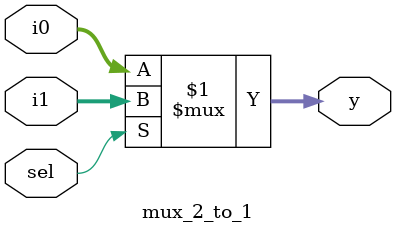
<source format=v>
`timescale 1ns/1ns;

module mux_2_to_1 (i0, i1, sel , y);
  input [4:0] i0, i1;
  input sel;
  output [4:0] y;
  
  assign y = sel ? i1 : i0;
  
endmodule
</source>
